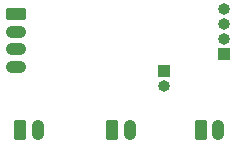
<source format=gbs>
G04 #@! TF.GenerationSoftware,KiCad,Pcbnew,9.0.0*
G04 #@! TF.CreationDate,2025-03-03T20:11:52-05:00*
G04 #@! TF.ProjectId,pcb,7063622e-6b69-4636-9164-5f7063625858,rev?*
G04 #@! TF.SameCoordinates,Original*
G04 #@! TF.FileFunction,Soldermask,Bot*
G04 #@! TF.FilePolarity,Negative*
%FSLAX46Y46*%
G04 Gerber Fmt 4.6, Leading zero omitted, Abs format (unit mm)*
G04 Created by KiCad (PCBNEW 9.0.0) date 2025-03-03 20:11:52*
%MOMM*%
%LPD*%
G01*
G04 APERTURE LIST*
G04 Aperture macros list*
%AMRoundRect*
0 Rectangle with rounded corners*
0 $1 Rounding radius*
0 $2 $3 $4 $5 $6 $7 $8 $9 X,Y pos of 4 corners*
0 Add a 4 corners polygon primitive as box body*
4,1,4,$2,$3,$4,$5,$6,$7,$8,$9,$2,$3,0*
0 Add four circle primitives for the rounded corners*
1,1,$1+$1,$2,$3*
1,1,$1+$1,$4,$5*
1,1,$1+$1,$6,$7*
1,1,$1+$1,$8,$9*
0 Add four rect primitives between the rounded corners*
20,1,$1+$1,$2,$3,$4,$5,0*
20,1,$1+$1,$4,$5,$6,$7,0*
20,1,$1+$1,$6,$7,$8,$9,0*
20,1,$1+$1,$8,$9,$2,$3,0*%
G04 Aperture macros list end*
%ADD10RoundRect,0.250000X-0.265000X-0.615000X0.265000X-0.615000X0.265000X0.615000X-0.265000X0.615000X0*%
%ADD11O,1.030000X1.730000*%
%ADD12R,1.000000X1.000000*%
%ADD13O,1.000000X1.000000*%
%ADD14RoundRect,0.250000X-0.615000X0.265000X-0.615000X-0.265000X0.615000X-0.265000X0.615000X0.265000X0*%
%ADD15O,1.730000X1.030000*%
G04 APERTURE END LIST*
D10*
X156550000Y-105500000D03*
D11*
X158050000Y-105500000D03*
D12*
X166000000Y-99020000D03*
D13*
X166000000Y-97750000D03*
X166000000Y-96480000D03*
X166000000Y-95210000D03*
D12*
X160950000Y-100450000D03*
D13*
X160950000Y-101720000D03*
D14*
X148400000Y-95650000D03*
D15*
X148400000Y-97150000D03*
X148400000Y-98650000D03*
X148400000Y-100150000D03*
D10*
X148750000Y-105500000D03*
D11*
X150250000Y-105500000D03*
D10*
X164050000Y-105500000D03*
D11*
X165550000Y-105500000D03*
M02*

</source>
